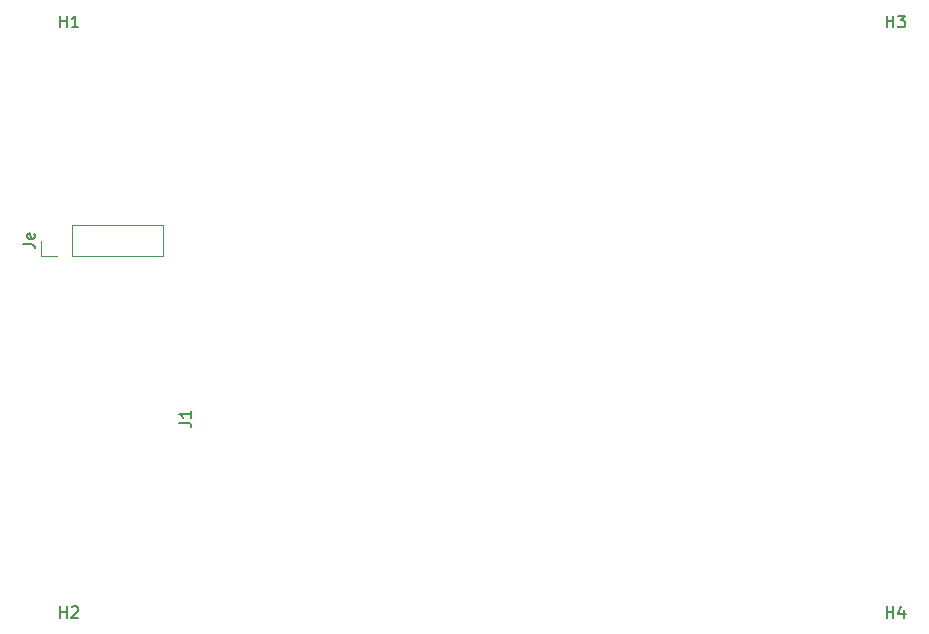
<source format=gbr>
G04 #@! TF.GenerationSoftware,KiCad,Pcbnew,(5.1.4-0-10_14)*
G04 #@! TF.CreationDate,2020-04-14T21:38:13-07:00*
G04 #@! TF.ProjectId,Activity_1,41637469-7669-4747-995f-312e6b696361,rev?*
G04 #@! TF.SameCoordinates,Original*
G04 #@! TF.FileFunction,Legend,Top*
G04 #@! TF.FilePolarity,Positive*
%FSLAX46Y46*%
G04 Gerber Fmt 4.6, Leading zero omitted, Abs format (unit mm)*
G04 Created by KiCad (PCBNEW (5.1.4-0-10_14)) date 2020-04-14 21:38:13*
%MOMM*%
%LPD*%
G04 APERTURE LIST*
%ADD10C,0.120000*%
%ADD11C,0.150000*%
G04 APERTURE END LIST*
D10*
X22670000Y-81330000D02*
X22670000Y-80000000D01*
X24000000Y-81330000D02*
X22670000Y-81330000D01*
X25270000Y-81330000D02*
X25270000Y-78670000D01*
X25270000Y-78670000D02*
X32950000Y-78670000D01*
X25270000Y-81330000D02*
X32950000Y-81330000D01*
X32950000Y-81330000D02*
X32950000Y-78670000D01*
D11*
X34360380Y-95414333D02*
X35074666Y-95414333D01*
X35217523Y-95461952D01*
X35312761Y-95557190D01*
X35360380Y-95700047D01*
X35360380Y-95795285D01*
X35360380Y-94414333D02*
X35360380Y-94985761D01*
X35360380Y-94700047D02*
X34360380Y-94700047D01*
X34503238Y-94795285D01*
X34598476Y-94890523D01*
X34646095Y-94985761D01*
X24238095Y-61952380D02*
X24238095Y-60952380D01*
X24238095Y-61428571D02*
X24809523Y-61428571D01*
X24809523Y-61952380D02*
X24809523Y-60952380D01*
X25809523Y-61952380D02*
X25238095Y-61952380D01*
X25523809Y-61952380D02*
X25523809Y-60952380D01*
X25428571Y-61095238D01*
X25333333Y-61190476D01*
X25238095Y-61238095D01*
X94238095Y-61952380D02*
X94238095Y-60952380D01*
X94238095Y-61428571D02*
X94809523Y-61428571D01*
X94809523Y-61952380D02*
X94809523Y-60952380D01*
X95190476Y-60952380D02*
X95809523Y-60952380D01*
X95476190Y-61333333D01*
X95619047Y-61333333D01*
X95714285Y-61380952D01*
X95761904Y-61428571D01*
X95809523Y-61523809D01*
X95809523Y-61761904D01*
X95761904Y-61857142D01*
X95714285Y-61904761D01*
X95619047Y-61952380D01*
X95333333Y-61952380D01*
X95238095Y-61904761D01*
X95190476Y-61857142D01*
X94238095Y-111952380D02*
X94238095Y-110952380D01*
X94238095Y-111428571D02*
X94809523Y-111428571D01*
X94809523Y-111952380D02*
X94809523Y-110952380D01*
X95714285Y-111285714D02*
X95714285Y-111952380D01*
X95476190Y-110904761D02*
X95238095Y-111619047D01*
X95857142Y-111619047D01*
X24238095Y-111952380D02*
X24238095Y-110952380D01*
X24238095Y-111428571D02*
X24809523Y-111428571D01*
X24809523Y-111952380D02*
X24809523Y-110952380D01*
X25238095Y-111047619D02*
X25285714Y-111000000D01*
X25380952Y-110952380D01*
X25619047Y-110952380D01*
X25714285Y-111000000D01*
X25761904Y-111047619D01*
X25809523Y-111142857D01*
X25809523Y-111238095D01*
X25761904Y-111380952D01*
X25190476Y-111952380D01*
X25809523Y-111952380D01*
X21122380Y-80285714D02*
X21836666Y-80285714D01*
X21979523Y-80333333D01*
X22074761Y-80428571D01*
X22122380Y-80571428D01*
X22122380Y-80666666D01*
X22074761Y-79428571D02*
X22122380Y-79523809D01*
X22122380Y-79714285D01*
X22074761Y-79809523D01*
X21979523Y-79857142D01*
X21598571Y-79857142D01*
X21503333Y-79809523D01*
X21455714Y-79714285D01*
X21455714Y-79523809D01*
X21503333Y-79428571D01*
X21598571Y-79380952D01*
X21693809Y-79380952D01*
X21789047Y-79857142D01*
M02*

</source>
